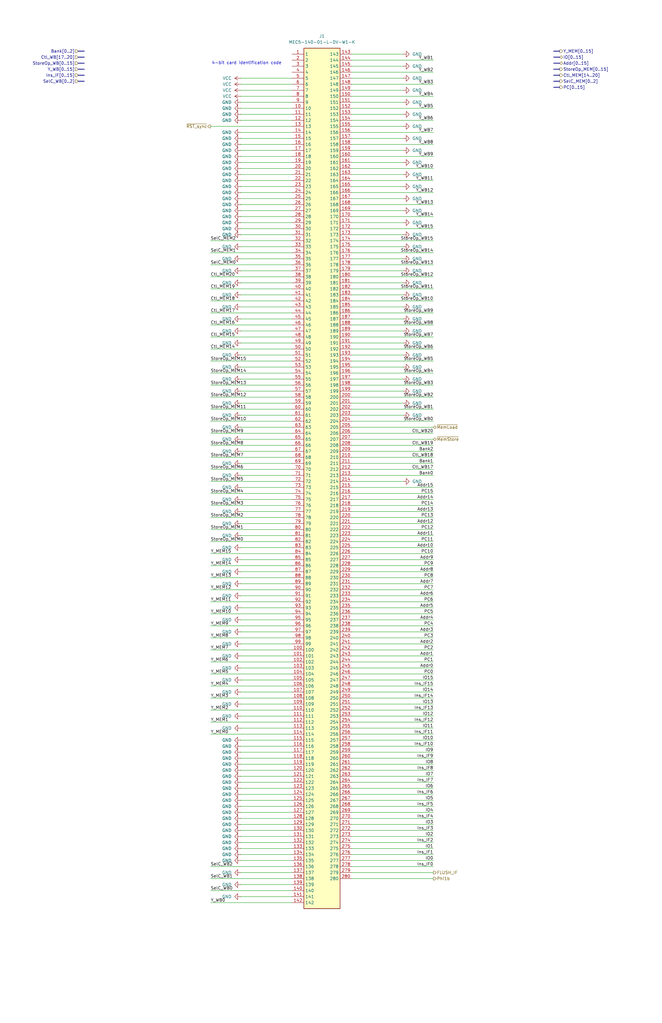
<source format=kicad_sch>
(kicad_sch (version 20250114) (generator "eeschema") (generator_version "9.0")
  (paper "USLedger" portrait)
  (title_block (date "2025-07-11") (rev "A"))
  (text "4-bit card identification code" (at 118.872 26.67 0) (effects (font (size 1.27 1.27)) (justify right)))
  (wire (pts (xy 182.88 276.86) (xy 148.59 276.86)))
  (wire (pts (xy 182.88 35.56) (xy 148.59 35.56)))
  (wire (pts (xy 88.9 218.44) (xy 123.19 218.44)))
  (wire (pts (xy 101.6 205.74) (xy 123.19 205.74)))
  (wire (pts (xy 88.9 177.8) (xy 123.19 177.8)))
  (bus (pts (xy 33.02 24.13) (xy 35.56 24.13)))
  (wire (pts (xy 182.88 157.48) (xy 148.59 157.48)))
  (wire (pts (xy 101.6 60.96) (xy 123.19 60.96)))
  (wire (pts (xy 88.9 238.76) (xy 123.19 238.76)))
  (wire (pts (xy 101.6 68.58) (xy 123.19 68.58)))
  (wire (pts (xy 182.88 185.42) (xy 148.59 185.42)))
  (wire (pts (xy 101.6 78.74) (xy 123.19 78.74)))
  (wire (pts (xy 101.6 307.34) (xy 123.19 307.34)))
  (wire (pts (xy 182.88 152.4) (xy 148.59 152.4)))
  (wire (pts (xy 101.6 40.64) (xy 123.19 40.64)))
  (wire (pts (xy 182.88 347.98) (xy 148.59 347.98)))
  (wire (pts (xy 182.88 360.68) (xy 148.59 360.68)))
  (wire (pts (xy 170.18 104.14) (xy 148.59 104.14)))
  (wire (pts (xy 182.88 106.68) (xy 148.59 106.68)))
  (wire (pts (xy 182.88 96.52) (xy 148.59 96.52)))
  (wire (pts (xy 170.18 109.22) (xy 148.59 109.22)))
  (wire (pts (xy 182.88 322.58) (xy 148.59 322.58)))
  (wire (pts (xy 101.6 43.18) (xy 123.19 43.18)))
  (wire (pts (xy 170.18 33.02) (xy 148.59 33.02)))
  (wire (pts (xy 182.88 304.8) (xy 148.59 304.8)))
  (wire (pts (xy 101.6 320.04) (xy 123.19 320.04)))
  (wire (pts (xy 182.88 314.96) (xy 148.59 314.96)))
  (wire (pts (xy 170.18 144.78) (xy 148.59 144.78)))
  (wire (pts (xy 101.6 335.28) (xy 123.19 335.28)))
  (wire (pts (xy 182.88 137.16) (xy 148.59 137.16)))
  (wire (pts (xy 182.88 200.66) (xy 148.59 200.66)))
  (wire (pts (xy 101.6 114.3) (xy 123.19 114.3)))
  (wire (pts (xy 101.6 200.66) (xy 123.19 200.66)))
  (bus (pts (xy 236.22 26.67) (xy 233.68 26.67)))
  (wire (pts (xy 101.6 325.12) (xy 123.19 325.12)))
  (wire (pts (xy 182.88 111.76) (xy 148.59 111.76)))
  (wire (pts (xy 182.88 368.3) (xy 148.59 368.3)))
  (wire (pts (xy 101.6 170.18) (xy 123.19 170.18)))
  (wire (pts (xy 170.18 58.42) (xy 148.59 58.42)))
  (wire (pts (xy 101.6 149.86) (xy 123.19 149.86)))
  (wire (pts (xy 182.88 213.36) (xy 148.59 213.36)))
  (wire (pts (xy 101.6 292.1) (xy 123.19 292.1)))
  (wire (pts (xy 170.18 83.82) (xy 148.59 83.82)))
  (wire (pts (xy 182.88 182.88) (xy 148.59 182.88)))
  (wire (pts (xy 182.88 309.88) (xy 148.59 309.88)))
  (wire (pts (xy 101.6 104.14) (xy 123.19 104.14)))
  (wire (pts (xy 182.88 187.96) (xy 148.59 187.96)))
  (wire (pts (xy 101.6 347.98) (xy 123.19 347.98)))
  (wire (pts (xy 101.6 48.26) (xy 123.19 48.26)))
  (wire (pts (xy 101.6 93.98) (xy 123.19 93.98)))
  (wire (pts (xy 182.88 81.28) (xy 148.59 81.28)))
  (wire (pts (xy 170.18 170.18) (xy 148.59 170.18)))
  (wire (pts (xy 182.88 251.46) (xy 148.59 251.46)))
  (wire (pts (xy 182.88 287.02) (xy 148.59 287.02)))
  (wire (pts (xy 101.6 210.82) (xy 123.19 210.82)))
  (wire (pts (xy 101.6 332.74) (xy 123.19 332.74)))
  (wire (pts (xy 88.9 147.32) (xy 123.19 147.32)))
  (wire (pts (xy 182.88 243.84) (xy 148.59 243.84)))
  (wire (pts (xy 170.18 99.06) (xy 148.59 99.06)))
  (wire (pts (xy 182.88 86.36) (xy 148.59 86.36)))
  (wire (pts (xy 101.6 368.3) (xy 123.19 368.3)))
  (wire (pts (xy 101.6 165.1) (xy 123.19 165.1)))
  (wire (pts (xy 101.6 96.52) (xy 123.19 96.52)))
  (wire (pts (xy 101.6 91.44) (xy 123.19 91.44)))
  (wire (pts (xy 182.88 353.06) (xy 148.59 353.06)))
  (wire (pts (xy 88.9 187.96) (xy 123.19 187.96)))
  (wire (pts (xy 88.9 53.34) (xy 123.19 53.34)))
  (wire (pts (xy 101.6 330.2) (xy 123.19 330.2)))
  (wire (pts (xy 101.6 287.02) (xy 123.19 287.02)))
  (wire (pts (xy 101.6 99.06) (xy 123.19 99.06)))
  (wire (pts (xy 170.18 149.86) (xy 148.59 149.86)))
  (wire (pts (xy 101.6 355.6) (xy 123.19 355.6)))
  (wire (pts (xy 88.9 203.2) (xy 123.19 203.2)))
  (wire (pts (xy 101.6 83.82) (xy 123.19 83.82)))
  (wire (pts (xy 101.6 302.26) (xy 123.19 302.26)))
  (wire (pts (xy 101.6 38.1) (xy 123.19 38.1)))
  (wire (pts (xy 101.6 353.06) (xy 123.19 353.06)))
  (wire (pts (xy 101.6 119.38) (xy 123.19 119.38)))
  (wire (pts (xy 88.9 289.56) (xy 123.19 289.56)))
  (wire (pts (xy 182.88 363.22) (xy 148.59 363.22)))
  (bus (pts (xy 33.02 29.21) (xy 35.56 29.21)))
  (wire (pts (xy 101.6 86.36) (xy 123.19 86.36)))
  (wire (pts (xy 101.6 63.5) (xy 123.19 63.5)))
  (wire (pts (xy 170.18 119.38) (xy 148.59 119.38)))
  (wire (pts (xy 101.6 231.14) (xy 123.19 231.14)))
  (wire (pts (xy 88.9 106.68) (xy 123.19 106.68)))
  (wire (pts (xy 182.88 55.88) (xy 148.59 55.88)))
  (wire (pts (xy 101.6 360.68) (xy 123.19 360.68)))
  (wire (pts (xy 182.88 215.9) (xy 148.59 215.9)))
  (wire (pts (xy 182.88 246.38) (xy 148.59 246.38)))
  (wire (pts (xy 88.9 309.88) (xy 123.19 309.88)))
  (wire (pts (xy 88.9 274.32) (xy 123.19 274.32)))
  (wire (pts (xy 88.9 142.24) (xy 123.19 142.24)))
  (wire (pts (xy 88.9 381) (xy 123.19 381)))
  (wire (pts (xy 182.88 30.48) (xy 148.59 30.48)))
  (wire (pts (xy 182.88 266.7) (xy 148.59 266.7)))
  (wire (pts (xy 88.9 370.84) (xy 123.19 370.84)))
  (wire (pts (xy 182.88 307.34) (xy 148.59 307.34)))
  (wire (pts (xy 182.88 40.64) (xy 148.59 40.64)))
  (wire (pts (xy 182.88 358.14) (xy 148.59 358.14)))
  (wire (pts (xy 182.88 330.2) (xy 148.59 330.2)))
  (bus (pts (xy 236.22 29.21) (xy 233.68 29.21)))
  (wire (pts (xy 170.18 129.54) (xy 148.59 129.54)))
  (bus (pts (xy 236.22 31.75) (xy 233.68 31.75)))
  (wire (pts (xy 182.88 147.32) (xy 148.59 147.32)))
  (wire (pts (xy 170.18 48.26) (xy 148.59 48.26)))
  (wire (pts (xy 182.88 231.14) (xy 148.59 231.14)))
  (wire (pts (xy 101.6 246.38) (xy 123.19 246.38)))
  (wire (pts (xy 182.88 261.62) (xy 148.59 261.62)))
  (wire (pts (xy 88.9 304.8) (xy 123.19 304.8)))
  (wire (pts (xy 101.6 215.9) (xy 123.19 215.9)))
  (wire (pts (xy 170.18 160.02) (xy 148.59 160.02)))
  (wire (pts (xy 182.88 355.6) (xy 148.59 355.6)))
  (wire (pts (xy 170.18 203.2) (xy 148.59 203.2)))
  (wire (pts (xy 88.9 152.4) (xy 123.19 152.4)))
  (wire (pts (xy 182.88 198.12) (xy 148.59 198.12)))
  (wire (pts (xy 101.6 144.78) (xy 123.19 144.78)))
  (wire (pts (xy 170.18 78.74) (xy 148.59 78.74)))
  (wire (pts (xy 182.88 340.36) (xy 148.59 340.36)))
  (bus (pts (xy 236.22 36.83) (xy 233.68 36.83)))
  (wire (pts (xy 170.18 175.26) (xy 148.59 175.26)))
  (wire (pts (xy 170.18 53.34) (xy 148.59 53.34)))
  (wire (pts (xy 88.9 299.72) (xy 123.19 299.72)))
  (wire (pts (xy 101.6 373.38) (xy 123.19 373.38)))
  (wire (pts (xy 182.88 289.56) (xy 148.59 289.56)))
  (wire (pts (xy 182.88 66.04) (xy 148.59 66.04)))
  (wire (pts (xy 182.88 180.34) (xy 148.59 180.34)))
  (wire (pts (xy 182.88 337.82) (xy 148.59 337.82)))
  (wire (pts (xy 182.88 236.22) (xy 148.59 236.22)))
  (wire (pts (xy 182.88 294.64) (xy 148.59 294.64)))
  (wire (pts (xy 101.6 342.9) (xy 123.19 342.9)))
  (wire (pts (xy 182.88 345.44) (xy 148.59 345.44)))
  (wire (pts (xy 182.88 193.04) (xy 148.59 193.04)))
  (wire (pts (xy 182.88 320.04) (xy 148.59 320.04)))
  (bus (pts (xy 236.22 34.29) (xy 233.68 34.29)))
  (wire (pts (xy 101.6 190.5) (xy 123.19 190.5)))
  (wire (pts (xy 182.88 259.08) (xy 148.59 259.08)))
  (bus (pts (xy 236.22 21.59) (xy 233.68 21.59)))
  (wire (pts (xy 101.6 327.66) (xy 123.19 327.66)))
  (wire (pts (xy 170.18 63.5) (xy 148.59 63.5)))
  (wire (pts (xy 88.9 365.76) (xy 123.19 365.76)))
  (wire (pts (xy 182.88 281.94) (xy 148.59 281.94)))
  (wire (pts (xy 170.18 43.18) (xy 148.59 43.18)))
  (wire (pts (xy 182.88 101.6) (xy 148.59 101.6)))
  (wire (pts (xy 101.6 33.02) (xy 123.19 33.02)))
  (wire (pts (xy 101.6 160.02) (xy 123.19 160.02)))
  (wire (pts (xy 101.6 256.54) (xy 123.19 256.54)))
  (wire (pts (xy 88.9 259.08) (xy 123.19 259.08)))
  (wire (pts (xy 170.18 73.66) (xy 148.59 73.66)))
  (wire (pts (xy 182.88 162.56) (xy 148.59 162.56)))
  (wire (pts (xy 88.9 172.72) (xy 123.19 172.72)))
  (wire (pts (xy 101.6 363.22) (xy 123.19 363.22)))
  (wire (pts (xy 182.88 238.76) (xy 148.59 238.76)))
  (wire (pts (xy 182.88 350.52) (xy 148.59 350.52)))
  (wire (pts (xy 182.88 370.84) (xy 148.59 370.84)))
  (wire (pts (xy 182.88 332.74) (xy 148.59 332.74)))
  (wire (pts (xy 170.18 134.62) (xy 148.59 134.62)))
  (bus (pts (xy 33.02 34.29) (xy 35.56 34.29)))
  (wire (pts (xy 182.88 50.8) (xy 148.59 50.8)))
  (bus (pts (xy 33.02 21.59) (xy 35.56 21.59)))
  (wire (pts (xy 88.9 284.48) (xy 123.19 284.48)))
  (wire (pts (xy 88.9 294.64) (xy 123.19 294.64)))
  (wire (pts (xy 88.9 157.48) (xy 123.19 157.48)))
  (bus (pts (xy 236.22 24.13) (xy 233.68 24.13)))
  (wire (pts (xy 101.6 88.9) (xy 123.19 88.9)))
  (wire (pts (xy 182.88 269.24) (xy 148.59 269.24)))
  (wire (pts (xy 182.88 317.5) (xy 148.59 317.5)))
  (wire (pts (xy 182.88 127) (xy 148.59 127)))
  (wire (pts (xy 170.18 22.86) (xy 148.59 22.86)))
  (wire (pts (xy 88.9 162.56) (xy 123.19 162.56)))
  (wire (pts (xy 88.9 279.4) (xy 123.19 279.4)))
  (wire (pts (xy 170.18 68.58) (xy 148.59 68.58)))
  (wire (pts (xy 182.88 342.9) (xy 148.59 342.9)))
  (wire (pts (xy 88.9 233.68) (xy 123.19 233.68)))
  (wire (pts (xy 182.88 312.42) (xy 148.59 312.42)))
  (wire (pts (xy 182.88 254) (xy 148.59 254)))
  (wire (pts (xy 170.18 124.46) (xy 148.59 124.46)))
  (wire (pts (xy 88.9 193.04) (xy 123.19 193.04)))
  (wire (pts (xy 182.88 91.44) (xy 148.59 91.44)))
  (wire (pts (xy 182.88 223.52) (xy 148.59 223.52)))
  (wire (pts (xy 182.88 279.4) (xy 148.59 279.4)))
  (wire (pts (xy 101.6 109.22) (xy 123.19 109.22)))
  (wire (pts (xy 170.18 165.1) (xy 148.59 165.1)))
  (wire (pts (xy 182.88 297.18) (xy 148.59 297.18)))
  (wire (pts (xy 88.9 248.92) (xy 123.19 248.92)))
  (wire (pts (xy 182.88 142.24) (xy 148.59 142.24)))
  (wire (pts (xy 88.9 132.08) (xy 123.19 132.08)))
  (wire (pts (xy 101.6 139.7) (xy 123.19 139.7)))
  (wire (pts (xy 182.88 248.92) (xy 148.59 248.92)))
  (wire (pts (xy 101.6 45.72) (xy 123.19 45.72)))
  (wire (pts (xy 101.6 345.44) (xy 123.19 345.44)))
  (wire (pts (xy 88.9 116.84) (xy 123.19 116.84)))
  (wire (pts (xy 170.18 114.3) (xy 148.59 114.3)))
  (wire (pts (xy 101.6 175.26) (xy 123.19 175.26)))
  (wire (pts (xy 101.6 251.46) (xy 123.19 251.46)))
  (wire (pts (xy 101.6 358.14) (xy 123.19 358.14)))
  (wire (pts (xy 182.88 190.5) (xy 148.59 190.5)))
  (wire (pts (xy 101.6 76.2) (xy 123.19 76.2)))
  (wire (pts (xy 101.6 66.04) (xy 123.19 66.04)))
  (bus (pts (xy 33.02 26.67) (xy 35.56 26.67)))
  (wire (pts (xy 101.6 276.86) (xy 123.19 276.86)))
  (wire (pts (xy 182.88 208.28) (xy 148.59 208.28)))
  (wire (pts (xy 182.88 335.28) (xy 148.59 335.28)))
  (wire (pts (xy 182.88 365.76) (xy 148.59 365.76)))
  (wire (pts (xy 88.9 243.84) (xy 123.19 243.84)))
  (wire (pts (xy 101.6 154.94) (xy 123.19 154.94)))
  (wire (pts (xy 182.88 284.48) (xy 148.59 284.48)))
  (wire (pts (xy 101.6 271.78) (xy 123.19 271.78)))
  (wire (pts (xy 182.88 256.54) (xy 148.59 256.54)))
  (wire (pts (xy 88.9 137.16) (xy 123.19 137.16)))
  (wire (pts (xy 101.6 266.7) (xy 123.19 266.7)))
  (wire (pts (xy 182.88 327.66) (xy 148.59 327.66)))
  (wire (pts (xy 88.9 213.36) (xy 123.19 213.36)))
  (wire (pts (xy 101.6 71.12) (xy 123.19 71.12)))
  (wire (pts (xy 101.6 337.82) (xy 123.19 337.82)))
  (wire (pts (xy 182.88 76.2) (xy 148.59 76.2)))
  (wire (pts (xy 182.88 228.6) (xy 148.59 228.6)))
  (wire (pts (xy 88.9 167.64) (xy 123.19 167.64)))
  (wire (pts (xy 182.88 121.92) (xy 148.59 121.92)))
  (wire (pts (xy 88.9 182.88) (xy 123.19 182.88)))
  (wire (pts (xy 88.9 198.12) (xy 123.19 198.12)))
  (wire (pts (xy 170.18 27.94) (xy 148.59 27.94)))
  (wire (pts (xy 101.6 124.46) (xy 123.19 124.46)))
  (wire (pts (xy 182.88 45.72) (xy 148.59 45.72)))
  (wire (pts (xy 182.88 271.78) (xy 148.59 271.78)))
  (wire (pts (xy 101.6 317.5) (xy 123.19 317.5)))
  (wire (pts (xy 182.88 71.12) (xy 148.59 71.12)))
  (wire (pts (xy 170.18 154.94) (xy 148.59 154.94)))
  (wire (pts (xy 101.6 378.46) (xy 123.19 378.46)))
  (wire (pts (xy 182.88 132.08) (xy 148.59 132.08)))
  (wire (pts (xy 182.88 210.82) (xy 148.59 210.82)))
  (wire (pts (xy 182.88 233.68) (xy 148.59 233.68)))
  (wire (pts (xy 88.9 121.92) (xy 123.19 121.92)))
  (wire (pts (xy 101.6 322.58) (xy 123.19 322.58)))
  (wire (pts (xy 101.6 185.42) (xy 123.19 185.42)))
  (wire (pts (xy 182.88 116.84) (xy 148.59 116.84)))
  (wire (pts (xy 101.6 281.94) (xy 123.19 281.94)))
  (wire (pts (xy 170.18 93.98) (xy 148.59 93.98)))
  (wire (pts (xy 182.88 299.72) (xy 148.59 299.72)))
  (wire (pts (xy 101.6 297.18) (xy 123.19 297.18)))
  (wire (pts (xy 170.18 88.9) (xy 148.59 88.9)))
  (wire (pts (xy 182.88 218.44) (xy 148.59 218.44)))
  (wire (pts (xy 101.6 241.3) (xy 123.19 241.3)))
  (wire (pts (xy 88.9 228.6) (xy 123.19 228.6)))
  (wire (pts (xy 182.88 177.8) (xy 148.59 177.8)))
  (wire (pts (xy 88.9 101.6) (xy 123.19 101.6)))
  (wire (pts (xy 182.88 264.16) (xy 148.59 264.16)))
  (wire (pts (xy 182.88 325.12) (xy 148.59 325.12)))
  (wire (pts (xy 101.6 314.96) (xy 123.19 314.96)))
  (wire (pts (xy 101.6 312.42) (xy 123.19 312.42)))
  (wire (pts (xy 101.6 50.8) (xy 123.19 50.8)))
  (wire (pts (xy 182.88 60.96) (xy 148.59 60.96)))
  (wire (pts (xy 182.88 220.98) (xy 148.59 220.98)))
  (wire (pts (xy 101.6 350.52) (xy 123.19 350.52)))
  (wire (pts (xy 88.9 127) (xy 123.19 127)))
  (wire (pts (xy 88.9 111.76) (xy 123.19 111.76)))
  (wire (pts (xy 101.6 129.54) (xy 123.19 129.54)))
  (wire (pts (xy 101.6 58.42) (xy 123.19 58.42)))
  (wire (pts (xy 182.88 172.72) (xy 148.59 172.72)))
  (wire (pts (xy 101.6 226.06) (xy 123.19 226.06)))
  (wire (pts (xy 170.18 38.1) (xy 148.59 38.1)))
  (wire (pts (xy 182.88 302.26) (xy 148.59 302.26)))
  (wire (pts (xy 88.9 208.28) (xy 123.19 208.28)))
  (wire (pts (xy 101.6 81.28) (xy 123.19 81.28)))
  (wire (pts (xy 182.88 195.58) (xy 148.59 195.58)))
  (wire (pts (xy 101.6 340.36) (xy 123.19 340.36)))
  (wire (pts (xy 182.88 241.3) (xy 148.59 241.3)))
  (wire (pts (xy 182.88 274.32) (xy 148.59 274.32)))
  (wire (pts (xy 182.88 226.06) (xy 148.59 226.06)))
  (wire (pts (xy 182.88 292.1) (xy 148.59 292.1)))
  (wire (pts (xy 101.6 55.88) (xy 123.19 55.88)))
  (wire (pts (xy 101.6 35.56) (xy 123.19 35.56)))
  (wire (pts (xy 170.18 139.7) (xy 148.59 139.7)))
  (wire (pts (xy 101.6 261.62) (xy 123.19 261.62)))
  (wire (pts (xy 101.6 73.66) (xy 123.19 73.66)))
  (wire (pts (xy 101.6 195.58) (xy 123.19 195.58)))
  (wire (pts (xy 88.9 264.16) (xy 123.19 264.16)))
  (wire (pts (xy 88.9 254) (xy 123.19 254)))
  (wire (pts (xy 182.88 205.74) (xy 148.59 205.74)))
  (wire (pts (xy 101.6 236.22) (xy 123.19 236.22)))
  (wire (pts (xy 88.9 375.92) (xy 123.19 375.92)))
  (wire (pts (xy 101.6 134.62) (xy 123.19 134.62)))
  (bus (pts (xy 33.02 31.75) (xy 35.56 31.75)))
  (wire (pts (xy 182.88 25.4) (xy 148.59 25.4)))
  (wire (pts (xy 88.9 223.52) (xy 123.19 223.52)))
  (wire (pts (xy 101.6 220.98) (xy 123.19 220.98)))
  (wire (pts (xy 182.88 167.64) (xy 148.59 167.64)))
  (wire (pts (xy 88.9 269.24) (xy 123.19 269.24)))
  (wire (pts (xy 101.6 180.34) (xy 123.19 180.34)))
  (label "StoreOp_MEM11" (at 88.9 172.72 0))
  (label "StoreOp_MEM15" (at 88.9 152.4 0))
  (label "Ctl_WB20" (at 182.88 182.88 180))
  (label "Y_WB9" (at 182.88 66.04 180))
  (label "Y_WB8" (at 182.88 60.96 180))
  (label "Y_WB15" (at 182.88 96.52 180))
  (label "StoreOp_WB4" (at 182.88 157.48 180))
  (label "Y_MEM8" (at 88.9 269.24 0))
  (label "StoreOp_MEM1" (at 88.9 223.52 0))
  (label "PC3" (at 182.88 269.24 180))
  (label "StoreOp_WB3" (at 182.88 162.56 180))
  (label "Addr8" (at 182.88 241.3 180))
  (label "Ins_IF13" (at 182.88 299.72 180))
  (label "Addr13" (at 182.88 215.9 180))
  (label "Addr14" (at 182.88 210.82 180))
  (label "Ins_IF11" (at 182.88 309.88 180))
  (label "Ins_IF2" (at 182.88 355.6 180))
  (label "StoreOp_WB12" (at 182.88 116.84 180))
  (label "Addr6" (at 182.88 251.46 180))
  (label "Y_MEM6" (at 88.9 279.4 0))
  (label "StoreOp_WB5" (at 182.88 152.4 180))
  (label "Bank2" (at 182.88 190.5 180))
  (label "Ctl_WB17" (at 182.88 198.12 180))
  (label "IO2" (at 182.88 353.06 180))
  (label "IO0" (at 182.88 363.22 180))
  (label "PC8" (at 182.88 243.84 180))
  (label "StoreOp_MEM3" (at 88.9 213.36 0))
  (label "IO3" (at 182.88 347.98 180))
  (label "Ins_IF9" (at 182.88 320.04 180))
  (label "IO1" (at 182.88 358.14 180))
  (label "IO10" (at 182.88 312.42 180))
  (label "Ins_IF5" (at 182.88 340.36 180))
  (label "StoreOp_MEM0" (at 88.9 228.6 0))
  (label "StoreOp_WB11" (at 182.88 121.92 180))
  (label "IO8" (at 182.88 322.58 180))
  (label "StoreOp_MEM5" (at 88.9 203.2 0))
  (label "Y_WB1" (at 182.88 25.4 180))
  (label "StoreOp_MEM10" (at 88.9 177.8 0))
  (label "Ctl_MEM14" (at 88.9 147.32 0))
  (label "StoreOp_MEM4" (at 88.9 208.28 0))
  (label "Y_WB6" (at 182.88 50.8 180))
  (label "StoreOp_WB1" (at 182.88 172.72 180))
  (label "SelC_MEM0" (at 88.9 111.76 0))
  (label "IO12" (at 182.88 302.26 180))
  (label "StoreOp_MEM2" (at 88.9 218.44 0))
  (label "SelC_MEM2" (at 88.9 101.6 0))
  (label "Addr7" (at 182.88 246.38 180))
  (label "PC12" (at 182.88 223.52 180))
  (label "PC1" (at 182.88 279.4 180))
  (label "Y_WB5" (at 182.88 45.72 180))
  (label "Y_WB4" (at 182.88 40.64 180))
  (label "PC2" (at 182.88 274.32 180))
  (label "Y_MEM7" (at 88.9 274.32 0))
  (label "Addr12" (at 182.88 220.98 180))
  (label "Ins_IF7" (at 182.88 330.2 180))
  (label "Y_WB12" (at 182.88 81.28 180))
  (label "IO9" (at 182.88 317.5 180))
  (label "Y_WB10" (at 182.88 71.12 180))
  (label "Y_WB0" (at 88.9 381 0))
  (label "PC13" (at 182.88 218.44 180))
  (label "PC10" (at 182.88 233.68 180))
  (label "Y_MEM1" (at 88.9 304.8 0))
  (label "StoreOp_WB6" (at 182.88 147.32 180))
  (label "Addr5" (at 182.88 256.54 180))
  (label "Y_MEM3" (at 88.9 294.64 0))
  (label "Y_MEM15" (at 88.9 233.68 0))
  (label "PC7" (at 182.88 248.92 180))
  (label "Ctl_MEM20" (at 88.9 116.84 0))
  (label "Ins_IF14" (at 182.88 294.64 180))
  (label "Addr3" (at 182.88 266.7 180))
  (label "Ins_IF0" (at 182.88 365.76 180))
  (label "Addr11" (at 182.88 226.06 180))
  (label "Y_MEM10" (at 88.9 259.08 0))
  (label "Bank1" (at 182.88 195.58 180))
  (label "StoreOp_WB8" (at 182.88 137.16 180))
  (label "IO6" (at 182.88 332.74 180))
  (label "Y_MEM13" (at 88.9 243.84 0))
  (label "Y_WB14" (at 182.88 91.44 180))
  (label "Ctl_MEM16" (at 88.9 137.16 0))
  (label "Addr2" (at 182.88 271.78 180))
  (label "Ctl_MEM18" (at 88.9 127 0))
  (label "PC4" (at 182.88 264.16 180))
  (label "StoreOp_MEM9" (at 88.9 182.88 0))
  (label "StoreOp_MEM6" (at 88.9 198.12 0))
  (label "StoreOp_WB13" (at 182.88 111.76 180))
  (label "StoreOp_WB2" (at 182.88 167.64 180))
  (label "Y_WB2" (at 182.88 30.48 180))
  (label "Ins_IF15" (at 182.88 289.56 180))
  (label "StoreOp_WB7" (at 182.88 142.24 180))
  (label "IO11" (at 182.88 307.34 180))
  (label "StoreOp_MEM8" (at 88.9 187.96 0))
  (label "Y_WB3" (at 182.88 35.56 180))
  (label "StoreOp_WB15" (at 182.88 101.6 180))
  (label "PC0" (at 182.88 284.48 180))
  (label "Addr1" (at 182.88 276.86 180))
  (label "Y_WB7" (at 182.88 55.88 180))
  (label "Addr4" (at 182.88 261.62 180))
  (label "Ctl_MEM19" (at 88.9 121.92 0))
  (label "Ctl_MEM17" (at 88.9 132.08 0))
  (label "Y_WB11" (at 182.88 76.2 180))
  (label "Y_MEM2" (at 88.9 299.72 0))
  (label "Addr10" (at 182.88 231.14 180))
  (label "IO5" (at 182.88 337.82 180))
  (label "Bank0" (at 182.88 200.66 180))
  (label "Ins_IF4" (at 182.88 345.44 180))
  (label "Ins_IF8" (at 182.88 325.12 180))
  (label "StoreOp_MEM12" (at 88.9 167.64 0))
  (label "Y_MEM9" (at 88.9 264.16 0))
  (label "StoreOp_WB10" (at 182.88 127 180))
  (label "Y_MEM0" (at 88.9 309.88 0))
  (label "IO4" (at 182.88 342.9 180))
  (label "IO7" (at 182.88 327.66 180))
  (label "StoreOp_WB0" (at 182.88 177.8 180))
  (label "Y_MEM14" (at 88.9 238.76 0))
  (label "StoreOp_MEM14" (at 88.9 157.48 0))
  (label "Y_MEM5" (at 88.9 284.48 0))
  (label "Addr0" (at 182.88 281.94 180))
  (label "Addr15" (at 182.88 205.74 180))
  (label "Y_MEM4" (at 88.9 289.56 0))
  (label "Ctl_WB18" (at 182.88 193.04 180))
  (label "IO15" (at 182.88 287.02 180))
  (label "PC6" (at 182.88 254 180))
  (label "Y_WB13" (at 182.88 86.36 180))
  (label "SelC_WB2" (at 88.9 365.76 0))
  (label "Ins_IF10" (at 182.88 314.96 180))
  (label "StoreOp_MEM7" (at 88.9 193.04 0))
  (label "StoreOp_WB14" (at 182.88 106.68 180))
  (label "Y_MEM12" (at 88.9 248.92 0))
  (label "Ctl_WB19" (at 182.88 187.96 180))
  (label "PC5" (at 182.88 259.08 180))
  (label "Ins_IF1" (at 182.88 360.68 180))
  (label "StoreOp_WB9" (at 182.88 132.08 180))
  (label "PC11" (at 182.88 228.6 180))
  (label "Y_MEM11" (at 88.9 254 0))
  (label "Ctl_MEM15" (at 88.9 142.24 0))
  (label "SelC_MEM1" (at 88.9 106.68 0))
  (label "PC9" (at 182.88 238.76 180))
  (label "PC14" (at 182.88 213.36 180))
  (label "StoreOp_MEM13" (at 88.9 162.56 0))
  (label "Addr9" (at 182.88 236.22 180))
  (label "SelC_WB0" (at 88.9 375.92 0))
  (label "PC15" (at 182.88 208.28 180))
  (label "Ins_IF12" (at 182.88 304.8 180))
  (label "IO13" (at 182.88 297.18 180))
  (label "IO14" (at 182.88 292.1 180))
  (label "SelC_WB1" (at 88.9 370.84 0))
  (label "Ins_IF3" (at 182.88 350.52 180))
  (label "Ins_IF6" (at 182.88 335.28 180))
  (hierarchical_label "Ins_IF[0..15]" (shape input) (at 33.02 31.75 180))
  (hierarchical_label "StoreOp_MEM[0..15]" (shape output) (at 236.22 29.21 0))
  (hierarchical_label "SelC_WB[0..2]" (shape input) (at 33.02 34.29 180))
  (hierarchical_label "Ctl_WB[17..20]" (shape input) (at 33.02 24.13 180))
  (hierarchical_label "StoreOp_WB[0..15]" (shape input) (at 33.02 26.67 180))
  (hierarchical_label "Phi1b" (shape output) (at 182.88 370.84 0))
  (hierarchical_label "PC[0..15]" (shape output) (at 236.22 36.83 0))
  (hierarchical_label "Bank[0..2]" (shape input) (at 33.02 21.59 180))
  (hierarchical_label "Y_WB[0..15]" (shape input) (at 33.02 29.21 180))
  (hierarchical_label "~{MemLoad}" (shape tri_state) (at 182.88 180.34 0))
  (hierarchical_label "IO[0..15]" (shape tri_state) (at 236.22 24.13 0))
  (hierarchical_label "Y_MEM[0..15]" (shape output) (at 236.22 21.59 0))
  (hierarchical_label "Addr[0..15]" (shape tri_state) (at 236.22 26.67 0))
  (hierarchical_label "~{RST_sync}" (shape output) (at 88.9 53.34 180))
  (hierarchical_label "Ctl_MEM[14..20]" (shape output) (at 236.22 31.75 0))
  (hierarchical_label "~{MemStore}" (shape tri_state) (at 182.88 185.42 0))
  (hierarchical_label "FLUSH_IF" (shape output) (at 182.88 368.3 0))
  (hierarchical_label "SelC_MEM[0..2]" (shape output) (at 236.22 34.29 0))
  (symbol (lib_id "power:GND") (at 101.6 114.3 270) (unit 1)
    (property "Reference" "#PWR0111" (effects (hide yes)))
    (property "Value" "GND" (at 97.79 114.2999 90) (effects (justify right)))
    (property "Description" "Power symbol creates a global label with name \"GND\" , ground" (effects (hide yes)))
    (instances (project "MainBoard" (path "" (reference "#PWR0111") (unit 1))) (project "MainBoard" (path "" (reference "#PWR?") (unit 1))))
  )
  (symbol (lib_id "power:GND") (at 101.6 71.12 270) (unit 1)
    (property "Reference" "#PWR097" (effects (hide yes)))
    (property "Value" "GND" (at 97.79 71.1199 90) (effects (justify right)))
    (property "Description" "Power symbol creates a global label with name \"GND\" , ground" (effects (hide yes)))
    (instances (project "MainBoard" (path "" (reference "#PWR097") (unit 1))) (project "MainBoard" (path "" (reference "#PWR?") (unit 1))))
  )
  (symbol (lib_id "power:GND") (at 101.6 210.82 270) (unit 1)
    (property "Reference" "#PWR0130" (effects (hide yes)))
    (property "Value" "GND" (at 97.79 210.8199 90) (effects (justify right)))
    (property "Description" "Power symbol creates a global label with name \"GND\" , ground" (effects (hide yes)))
    (instances (project "MainBoard" (path "" (reference "#PWR0130") (unit 1))) (project "MainBoard" (path "" (reference "#PWR?") (unit 1))))
  )
  (symbol (lib_id "power:GND") (at 101.6 215.9 270) (unit 1)
    (property "Reference" "#PWR0131" (effects (hide yes)))
    (property "Value" "GND" (at 97.79 215.8999 90) (effects (justify right)))
    (property "Description" "Power symbol creates a global label with name \"GND\" , ground" (effects (hide yes)))
    (instances (project "MainBoard" (path "" (reference "#PWR0131") (unit 1))) (project "MainBoard" (path "" (reference "#PWR?") (unit 1))))
  )
  (symbol (lib_id "power:GND") (at 101.6 200.66 270) (unit 1)
    (property "Reference" "#PWR0128" (effects (hide yes)))
    (property "Value" "GND" (at 97.79 200.6599 90) (effects (justify right)))
    (property "Description" "Power symbol creates a global label with name \"GND\" , ground" (effects (hide yes)))
    (instances (project "MainBoard" (path "" (reference "#PWR0128") (unit 1))) (project "MainBoard" (path "" (reference "#PWR?") (unit 1))))
  )
  (symbol (lib_id "power:GND") (at 101.6 91.44 270) (unit 1)
    (property "Reference" "#PWR0105" (effects (hide yes)))
    (property "Value" "GND" (at 97.79 91.4399 90) (effects (justify right)))
    (property "Description" "Power symbol creates a global label with name \"GND\" , ground" (effects (hide yes)))
    (instances (project "MainBoard" (path "" (reference "#PWR0105") (unit 1))) (project "MainBoard" (path "" (reference "#PWR?") (unit 1))))
  )
  (symbol (lib_id "power:GND") (at 170.18 99.06 90) (mirror x) (unit 1)
    (property "Reference" "#PWR0189" (effects (hide yes)))
    (property "Value" "GND" (at 173.99 99.0599 90) (effects (justify right)))
    (property "Description" "Power symbol creates a global label with name \"GND\" , ground" (effects (hide yes)))
    (instances (project "MainBoard" (path "" (reference "#PWR0189") (unit 1))) (project "MainBoard" (path "" (reference "#PWR?") (unit 1))))
  )
  (symbol (lib_id "power:GND") (at 101.6 149.86 270) (unit 1)
    (property "Reference" "#PWR0118" (effects (hide yes)))
    (property "Value" "GND" (at 97.79 149.8599 90) (effects (justify right)))
    (property "Description" "Power symbol creates a global label with name \"GND\" , ground" (effects (hide yes)))
    (instances (project "MainBoard" (path "" (reference "#PWR0118") (unit 1))) (project "MainBoard" (path "" (reference "#PWR?") (unit 1))))
  )
  (symbol (lib_id "power:GND") (at 101.6 185.42 270) (unit 1)
    (property "Reference" "#PWR0125" (effects (hide yes)))
    (property "Value" "GND" (at 97.79 185.4199 90) (effects (justify right)))
    (property "Description" "Power symbol creates a global label with name \"GND\" , ground" (effects (hide yes)))
    (instances (project "MainBoard" (path "" (reference "#PWR0125") (unit 1))) (project "MainBoard" (path "" (reference "#PWR?") (unit 1))))
  )
  (symbol (lib_id "power:GND") (at 101.6 320.04 270) (unit 1)
    (property "Reference" "#PWR0153" (effects (hide yes)))
    (property "Value" "GND" (at 97.79 320.0399 90) (effects (justify right)))
    (property "Description" "Power symbol creates a global label with name \"GND\" , ground" (effects (hide yes)))
    (instances (project "MainBoard" (path "" (reference "#PWR0153") (unit 1))) (project "MainBoard" (path "" (reference "#PWR?") (unit 1))))
  )
  (symbol (lib_id "power:GND") (at 101.6 109.22 270) (unit 1)
    (property "Reference" "#PWR0110" (effects (hide yes)))
    (property "Value" "GND" (at 97.79 109.2199 90) (effects (justify right)))
    (property "Description" "Power symbol creates a global label with name \"GND\" , ground" (effects (hide yes)))
    (instances (project "MainBoard" (path "" (reference "#PWR0110") (unit 1))) (project "MainBoard" (path "" (reference "#PWR?") (unit 1))))
  )
  (symbol (lib_id "power:GND") (at 170.18 58.42 90) (mirror x) (unit 1)
    (property "Reference" "#PWR0181" (effects (hide yes)))
    (property "Value" "GND" (at 173.99 58.4199 90) (effects (justify right)))
    (property "Description" "Power symbol creates a global label with name \"GND\" , ground" (effects (hide yes)))
    (instances (project "MainBoard" (path "" (reference "#PWR0181") (unit 1))) (project "MainBoard" (path "" (reference "#PWR?") (unit 1))))
  )
  (symbol (lib_id "power:GND") (at 101.6 335.28 270) (unit 1)
    (property "Reference" "#PWR0159" (effects (hide yes)))
    (property "Value" "GND" (at 97.79 335.2799 90) (effects (justify right)))
    (property "Description" "Power symbol creates a global label with name \"GND\" , ground" (effects (hide yes)))
    (instances (project "MainBoard" (path "" (reference "#PWR0159") (unit 1))) (project "MainBoard" (path "" (reference "#PWR?") (unit 1))))
  )
  (symbol (lib_id "power:GND") (at 101.6 134.62 270) (unit 1)
    (property "Reference" "#PWR0115" (effects (hide yes)))
    (property "Value" "GND" (at 97.79 134.6199 90) (effects (justify right)))
    (property "Description" "Power symbol creates a global label with name \"GND\" , ground" (effects (hide yes)))
    (instances (project "MainBoard" (path "" (reference "#PWR0115") (unit 1))) (project "MainBoard" (path "" (reference "#PWR?") (unit 1))))
  )
  (symbol (lib_id "power:GND") (at 101.6 256.54 270) (unit 1)
    (property "Reference" "#PWR0139" (effects (hide yes)))
    (property "Value" "GND" (at 97.79 256.5399 90) (effects (justify right)))
    (property "Description" "Power symbol creates a global label with name \"GND\" , ground" (effects (hide yes)))
    (instances (project "MainBoard" (path "" (reference "#PWR0139") (unit 1))) (project "MainBoard" (path "" (reference "#PWR?") (unit 1))))
  )
  (symbol (lib_id "power:GND") (at 101.6 190.5 270) (unit 1)
    (property "Reference" "#PWR0126" (effects (hide yes)))
    (property "Value" "GND" (at 97.79 190.4999 90) (effects (justify right)))
    (property "Description" "Power symbol creates a global label with name \"GND\" , ground" (effects (hide yes)))
    (instances (project "MainBoard" (path "" (reference "#PWR0126") (unit 1))) (project "MainBoard" (path "" (reference "#PWR?") (unit 1))))
  )
  (symbol (lib_id "power:GND") (at 101.6 287.02 270) (unit 1)
    (property "Reference" "#PWR0145" (effects (hide yes)))
    (property "Value" "GND" (at 97.79 287.0199 90) (effects (justify right)))
    (property "Description" "Power symbol creates a global label with name \"GND\" , ground" (effects (hide yes)))
    (instances (project "MainBoard" (path "" (reference "#PWR0145") (unit 1))) (project "MainBoard" (path "" (reference "#PWR?") (unit 1))))
  )
  (symbol (lib_id "power:GND") (at 101.6 345.44 270) (unit 1)
    (property "Reference" "#PWR0163" (effects (hide yes)))
    (property "Value" "GND" (at 97.79 345.4399 90) (effects (justify right)))
    (property "Description" "Power symbol creates a global label with name \"GND\" , ground" (effects (hide yes)))
    (instances (project "MainBoard" (path "" (reference "#PWR0163") (unit 1))) (project "MainBoard" (path "" (reference "#PWR?") (unit 1))))
  )
  (symbol (lib_id "power:GND") (at 101.6 342.9 270) (unit 1)
    (property "Reference" "#PWR0162" (effects (hide yes)))
    (property "Value" "GND" (at 97.79 342.8999 90) (effects (justify right)))
    (property "Description" "Power symbol creates a global label with name \"GND\" , ground" (effects (hide yes)))
    (instances (project "MainBoard" (path "" (reference "#PWR0162") (unit 1))) (project "MainBoard" (path "" (reference "#PWR?") (unit 1))))
  )
  (symbol (lib_id "power:GND") (at 101.6 99.06 270) (unit 1)
    (property "Reference" "#PWR0108" (effects (hide yes)))
    (property "Value" "GND" (at 97.79 99.0599 90) (effects (justify right)))
    (property "Description" "Power symbol creates a global label with name \"GND\" , ground" (effects (hide yes)))
    (instances (project "MainBoard" (path "" (reference "#PWR0108") (unit 1))) (project "MainBoard" (path "" (reference "#PWR?") (unit 1))))
  )
  (symbol (lib_id "power:GND") (at 170.18 43.18 90) (mirror x) (unit 1)
    (property "Reference" "#PWR0178" (effects (hide yes)))
    (property "Value" "GND" (at 173.99 43.1799 90) (effects (justify right)))
    (property "Description" "Power symbol creates a global label with name \"GND\" , ground" (effects (hide yes)))
    (instances (project "MainBoard" (path "" (reference "#PWR0178") (unit 1))) (project "MainBoard" (path "" (reference "#PWR?") (unit 1))))
  )
  (symbol (lib_id "power:GND") (at 101.6 104.14 270) (unit 1)
    (property "Reference" "#PWR0109" (effects (hide yes)))
    (property "Value" "GND" (at 97.79 104.1399 90) (effects (justify right)))
    (property "Description" "Power symbol creates a global label with name \"GND\" , ground" (effects (hide yes)))
    (instances (project "MainBoard" (path "" (reference "#PWR0109") (unit 1))) (project "MainBoard" (path "" (reference "#PWR?") (unit 1))))
  )
  (symbol (lib_id "power:GND") (at 170.18 53.34 90) (mirror x) (unit 1)
    (property "Reference" "#PWR0180" (effects (hide yes)))
    (property "Value" "GND" (at 173.99 53.3399 90) (effects (justify right)))
    (property "Description" "Power symbol creates a global label with name \"GND\" , ground" (effects (hide yes)))
    (instances (project "MainBoard" (path "" (reference "#PWR0180") (unit 1))) (project "MainBoard" (path "" (reference "#PWR?") (unit 1))))
  )
  (symbol (lib_id "power:GND") (at 101.6 340.36 270) (unit 1)
    (property "Reference" "#PWR0161" (effects (hide yes)))
    (property "Value" "GND" (at 97.79 340.3599 90) (effects (justify right)))
    (property "Description" "Power symbol creates a global label with name \"GND\" , ground" (effects (hide yes)))
    (instances (project "MainBoard" (path "" (reference "#PWR0161") (unit 1))) (project "MainBoard" (path "" (reference "#PWR?") (unit 1))))
  )
  (symbol (lib_id "power:GND") (at 170.18 93.98 90) (mirror x) (unit 1)
    (property "Reference" "#PWR0188" (effects (hide yes)))
    (property "Value" "GND" (at 173.99 93.9799 90) (effects (justify right)))
    (property "Description" "Power symbol creates a global label with name \"GND\" , ground" (effects (hide yes)))
    (instances (project "MainBoard" (path "" (reference "#PWR0188") (unit 1))) (project "MainBoard" (path "" (reference "#PWR?") (unit 1))))
  )
  (symbol (lib_id "power:GND") (at 170.18 154.94 90) (mirror x) (unit 1)
    (property "Reference" "#PWR0200" (effects (hide yes)))
    (property "Value" "GND" (at 173.99 154.9399 90) (effects (justify right)))
    (property "Description" "Power symbol creates a global label with name \"GND\" , ground" (effects (hide yes)))
    (instances (project "MainBoard" (path "" (reference "#PWR0200") (unit 1))) (project "MainBoard" (path "" (reference "#PWR?") (unit 1))))
  )
  (symbol (lib_id "power:GND") (at 170.18 104.14 90) (mirror x) (unit 1)
    (property "Reference" "#PWR0190" (effects (hide yes)))
    (property "Value" "GND" (at 173.99 104.1399 90) (effects (justify right)))
    (property "Description" "Power symbol creates a global label with name \"GND\" , ground" (effects (hide yes)))
    (instances (project "MainBoard" (path "" (reference "#PWR0190") (unit 1))) (project "MainBoard" (path "" (reference "#PWR?") (unit 1))))
  )
  (symbol (lib_id "power:GND") (at 101.6 251.46 270) (unit 1)
    (property "Reference" "#PWR0138" (effects (hide yes)))
    (property "Value" "GND" (at 97.79 251.4599 90) (effects (justify right)))
    (property "Description" "Power symbol creates a global label with name \"GND\" , ground" (effects (hide yes)))
    (instances (project "MainBoard" (path "" (reference "#PWR0138") (unit 1))) (project "MainBoard" (path "" (reference "#PWR?") (unit 1))))
  )
  (symbol (lib_id "power:GND") (at 101.6 175.26 270) (unit 1)
    (property "Reference" "#PWR0123" (effects (hide yes)))
    (property "Value" "GND" (at 97.79 175.2599 90) (effects (justify right)))
    (property "Description" "Power symbol creates a global label with name \"GND\" , ground" (effects (hide yes)))
    (instances (project "MainBoard" (path "" (reference "#PWR0123") (unit 1))) (project "MainBoard" (path "" (reference "#PWR?") (unit 1))))
  )
  (symbol (lib_id "power:GND") (at 101.6 124.46 270) (unit 1)
    (property "Reference" "#PWR0113" (effects (hide yes)))
    (property "Value" "GND" (at 97.79 124.4599 90) (effects (justify right)))
    (property "Description" "Power symbol creates a global label with name \"GND\" , ground" (effects (hide yes)))
    (instances (project "MainBoard" (path "" (reference "#PWR0113") (unit 1))) (project "MainBoard" (path "" (reference "#PWR?") (unit 1))))
  )
  (symbol (lib_id "power:GND") (at 101.6 355.6 270) (unit 1)
    (property "Reference" "#PWR0167" (effects (hide yes)))
    (property "Value" "GND" (at 97.79 355.5999 90) (effects (justify right)))
    (property "Description" "Power symbol creates a global label with name \"GND\" , ground" (effects (hide yes)))
    (instances (project "MainBoard" (path "" (reference "#PWR0167") (unit 1))) (project "MainBoard" (path "" (reference "#PWR?") (unit 1))))
  )
  (symbol (lib_id "power:GND") (at 170.18 139.7 90) (mirror x) (unit 1)
    (property "Reference" "#PWR0197" (effects (hide yes)))
    (property "Value" "GND" (at 173.99 139.6999 90) (effects (justify right)))
    (property "Description" "Power symbol creates a global label with name \"GND\" , ground" (effects (hide yes)))
    (instances (project "MainBoard" (path "" (reference "#PWR0197") (unit 1))) (project "MainBoard" (path "" (reference "#PWR?") (unit 1))))
  )
  (symbol (lib_id "power:GND") (at 170.18 160.02 90) (mirror x) (unit 1)
    (property "Reference" "#PWR0201" (effects (hide yes)))
    (property "Value" "GND" (at 173.99 160.0199 90) (effects (justify right)))
    (property "Description" "Power symbol creates a global label with name \"GND\" , ground" (effects (hide yes)))
    (instances (project "MainBoard" (path "" (reference "#PWR0201") (unit 1))) (project "MainBoard" (path "" (reference "#PWR?") (unit 1))))
  )
  (symbol (lib_id "power:GND") (at 101.6 302.26 270) (unit 1)
    (property "Reference" "#PWR0148" (effects (hide yes)))
    (property "Value" "GND" (at 97.79 302.2599 90) (effects (justify right)))
    (property "Description" "Power symbol creates a global label with name \"GND\" , ground" (effects (hide yes)))
    (instances (project "MainBoard" (path "" (reference "#PWR0148") (unit 1))) (project "MainBoard" (path "" (reference "#PWR?") (unit 1))))
  )
  (symbol (lib_id "power:GND") (at 101.6 55.88 270) (unit 1)
    (property "Reference" "#PWR091" (effects (hide yes)))
    (property "Value" "GND" (at 97.79 55.8799 90) (effects (justify right)))
    (property "Description" "Power symbol creates a global label with name \"GND\" , ground" (effects (hide yes)))
    (instances (project "MainBoard" (path "" (reference "#PWR091") (unit 1))) (project "MainBoard" (path "" (reference "#PWR?") (unit 1))))
  )
  (symbol (lib_id "power:GND") (at 101.6 48.26 270) (unit 1)
    (property "Reference" "#PWR089" (effects (hide yes)))
    (property "Value" "GND" (at 97.79 48.2599 90) (effects (justify right)))
    (property "Description" "Power symbol creates a global label with name \"GND\" , ground" (effects (hide yes)))
    (instances (project "MainBoard" (path "" (reference "#PWR089") (unit 1))) (project "MainBoard" (path "" (reference "#PWR?") (unit 1))))
  )
  (symbol (lib_id "power:GND") (at 101.6 347.98 270) (unit 1)
    (property "Reference" "#PWR0164" (effects (hide yes)))
    (property "Value" "GND" (at 97.79 347.9799 90) (effects (justify right)))
    (property "Description" "Power symbol creates a global label with name \"GND\" , ground" (effects (hide yes)))
    (instances (project "MainBoard" (path "" (reference "#PWR0164") (unit 1))) (project "MainBoard" (path "" (reference "#PWR?") (unit 1))))
  )
  (symbol (lib_id "power:GND") (at 101.6 86.36 270) (unit 1)
    (property "Reference" "#PWR0103" (effects (hide yes)))
    (property "Value" "GND" (at 97.79 86.3599 90) (effects (justify right)))
    (property "Description" "Power symbol creates a global label with name \"GND\" , ground" (effects (hide yes)))
    (instances (project "MainBoard" (path "" (reference "#PWR0103") (unit 1))) (project "MainBoard" (path "" (reference "#PWR?") (unit 1))))
  )
  (symbol (lib_id "power:GND") (at 101.6 266.7 270) (unit 1)
    (property "Reference" "#PWR0141" (effects (hide yes)))
    (property "Value" "GND" (at 97.79 266.6999 90) (effects (justify right)))
    (property "Description" "Power symbol creates a global label with name \"GND\" , ground" (effects (hide yes)))
    (instances (project "MainBoard" (path "" (reference "#PWR0141") (unit 1))) (project "MainBoard" (path "" (reference "#PWR?") (unit 1))))
  )
  (symbol (lib_id "power:GND") (at 101.6 231.14 270) (unit 1)
    (property "Reference" "#PWR0134" (effects (hide yes)))
    (property "Value" "GND" (at 97.79 231.1399 90) (effects (justify right)))
    (property "Description" "Power symbol creates a global label with name \"GND\" , ground" (effects (hide yes)))
    (instances (project "MainBoard" (path "" (reference "#PWR0134") (unit 1))) (project "MainBoard" (path "" (reference "#PWR?") (unit 1))))
  )
  (symbol (lib_id "power:GND") (at 170.18 144.78 90) (mirror x) (unit 1)
    (property "Reference" "#PWR0198" (effects (hide yes)))
    (property "Value" "GND" (at 173.99 144.7799 90) (effects (justify right)))
    (property "Description" "Power symbol creates a global label with name \"GND\" , ground" (effects (hide yes)))
    (instances (project "MainBoard" (path "" (reference "#PWR0198") (unit 1))) (project "MainBoard" (path "" (reference "#PWR?") (unit 1))))
  )
  (symbol (lib_id "power:GND") (at 170.18 119.38 90) (mirror x) (unit 1)
    (property "Reference" "#PWR0193" (effects (hide yes)))
    (property "Value" "GND" (at 173.99 119.3799 90) (effects (justify right)))
    (property "Description" "Power symbol creates a global label with name \"GND\" , ground" (effects (hide yes)))
    (instances (project "MainBoard" (path "" (reference "#PWR0193") (unit 1))) (project "MainBoard" (path "" (reference "#PWR?") (unit 1))))
  )
  (symbol (lib_id "power:GND") (at 170.18 124.46 90) (mirror x) (unit 1)
    (property "Reference" "#PWR0194" (effects (hide yes)))
    (property "Value" "GND" (at 173.99 124.4599 90) (effects (justify right)))
    (property "Description" "Power symbol creates a global label with name \"GND\" , ground" (effects (hide yes)))
    (instances (project "MainBoard" (path "" (reference "#PWR0194") (unit 1))) (project "MainBoard" (path "" (reference "#PWR?") (unit 1))))
  )
  (symbol (lib_id "power:GND") (at 170.18 83.82 90) (mirror x) (unit 1)
    (property "Reference" "#PWR0186" (effects (hide yes)))
    (property "Value" "GND" (at 173.99 83.8199 90) (effects (justify right)))
    (property "Description" "Power symbol creates a global label with name \"GND\" , ground" (effects (hide yes)))
    (instances (project "MainBoard" (path "" (reference "#PWR0186") (unit 1))) (project "MainBoard" (path "" (reference "#PWR?") (unit 1))))
  )
  (symbol (lib_id "power:GND") (at 170.18 63.5 90) (mirror x) (unit 1)
    (property "Reference" "#PWR0182" (effects (hide yes)))
    (property "Value" "GND" (at 173.99 63.4999 90) (effects (justify right)))
    (property "Description" "Power symbol creates a global label with name \"GND\" , ground" (effects (hide yes)))
    (instances (project "MainBoard" (path "" (reference "#PWR0182") (unit 1))) (project "MainBoard" (path "" (reference "#PWR?") (unit 1))))
  )
  (symbol (lib_id "power:VCC") (at 101.6 40.64 90) (unit 1)
    (property "Reference" "#PWR086" (effects (hide yes)))
    (property "Value" "VCC" (at 97.79 40.6399 90) (effects (justify left)))
    (property "Description" "Power symbol creates a global label with name \"VCC\"" (effects (hide yes)))
    (instances (project "MainBoard" (path "" (reference "#PWR086") (unit 1))) (project "MainBoard" (path "" (reference "#PWR?") (unit 1))))
  )
  (symbol (lib_id "power:GND") (at 101.6 50.8 270) (unit 1)
    (property "Reference" "#PWR090" (effects (hide yes)))
    (property "Value" "GND" (at 97.79 50.7999 90) (effects (justify right)))
    (property "Description" "Power symbol creates a global label with name \"GND\" , ground" (effects (hide yes)))
    (instances (project "MainBoard" (path "" (reference "#PWR090") (unit 1))) (project "MainBoard" (path "" (reference "#PWR?") (unit 1))))
  )
  (symbol (lib_id "power:GND") (at 101.6 63.5 270) (unit 1)
    (property "Reference" "#PWR094" (effects (hide yes)))
    (property "Value" "GND" (at 97.79 63.4999 90) (effects (justify right)))
    (property "Description" "Power symbol creates a global label with name \"GND\" , ground" (effects (hide yes)))
    (instances (project "MainBoard" (path "" (reference "#PWR094") (unit 1))) (project "MainBoard" (path "" (reference "#PWR?") (unit 1))))
  )
  (symbol (lib_id "power:GND") (at 170.18 68.58 90) (mirror x) (unit 1)
    (property "Reference" "#PWR0183" (effects (hide yes)))
    (property "Value" "GND" (at 173.99 68.5799 90) (effects (justify right)))
    (property "Description" "Power symbol creates a global label with name \"GND\" , ground" (effects (hide yes)))
    (instances (project "MainBoard" (path "" (reference "#PWR0183") (unit 1))) (project "MainBoard" (path "" (reference "#PWR?") (unit 1))))
  )
  (symbol (lib_id "power:GND") (at 101.6 236.22 270) (unit 1)
    (property "Reference" "#PWR0135" (effects (hide yes)))
    (property "Value" "GND" (at 97.79 236.2199 90) (effects (justify right)))
    (property "Description" "Power symbol creates a global label with name \"GND\" , ground" (effects (hide yes)))
    (instances (project "MainBoard" (path "" (reference "#PWR0135") (unit 1))) (project "MainBoard" (path "" (reference "#PWR?") (unit 1))))
  )
  (symbol (lib_id "power:VCC") (at 101.6 38.1 90) (unit 1)
    (property "Reference" "#PWR085" (effects (hide yes)))
    (property "Value" "VCC" (at 97.79 38.0999 90) (effects (justify left)))
    (property "Description" "Power symbol creates a global label with name \"VCC\"" (effects (hide yes)))
    (instances (project "MainBoard" (path "" (reference "#PWR085") (unit 1))) (project "MainBoard" (path "" (reference "#PWR?") (unit 1))))
  )
  (symbol (lib_id "power:GND") (at 101.6 353.06 270) (unit 1)
    (property "Reference" "#PWR0166" (effects (hide yes)))
    (property "Value" "GND" (at 97.79 353.0599 90) (effects (justify right)))
    (property "Description" "Power symbol creates a global label with name \"GND\" , ground" (effects (hide yes)))
    (instances (project "MainBoard" (path "" (reference "#PWR0166") (unit 1))) (project "MainBoard" (path "" (reference "#PWR?") (unit 1))))
  )
  (symbol (lib_id "power:GND") (at 101.6 129.54 270) (unit 1)
    (property "Reference" "#PWR0114" (effects (hide yes)))
    (property "Value" "GND" (at 97.79 129.5399 90) (effects (justify right)))
    (property "Description" "Power symbol creates a global label with name \"GND\" , ground" (effects (hide yes)))
    (instances (project "MainBoard" (path "" (reference "#PWR0114") (unit 1))) (project "MainBoard" (path "" (reference "#PWR?") (unit 1))))
  )
  (symbol (lib_id "power:GND") (at 101.6 76.2 270) (unit 1)
    (property "Reference" "#PWR099" (effects (hide yes)))
    (property "Value" "GND" (at 97.79 76.1999 90) (effects (justify right)))
    (property "Description" "Power symbol creates a global label with name \"GND\" , ground" (effects (hide yes)))
    (instances (project "MainBoard" (path "" (reference "#PWR099") (unit 1))) (project "MainBoard" (path "" (reference "#PWR?") (unit 1))))
  )
  (symbol (lib_id "power:GND") (at 101.6 96.52 270) (unit 1)
    (property "Reference" "#PWR0107" (effects (hide yes)))
    (property "Value" "GND" (at 97.79 96.5199 90) (effects (justify right)))
    (property "Description" "Power symbol creates a global label with name \"GND\" , ground" (effects (hide yes)))
    (instances (project "MainBoard" (path "" (reference "#PWR0107") (unit 1))) (project "MainBoard" (path "" (reference "#PWR?") (unit 1))))
  )
  (symbol (lib_id "power:GND") (at 101.6 66.04 270) (unit 1)
    (property "Reference" "#PWR095" (effects (hide yes)))
    (property "Value" "GND" (at 97.79 66.0399 90) (effects (justify right)))
    (property "Description" "Power symbol creates a global label with name \"GND\" , ground" (effects (hide yes)))
    (instances (project "MainBoard" (path "" (reference "#PWR095") (unit 1))) (project "MainBoard" (path "" (reference "#PWR?") (unit 1))))
  )
  (symbol (lib_id "power:GND") (at 101.6 226.06 270) (unit 1)
    (property "Reference" "#PWR0133" (effects (hide yes)))
    (property "Value" "GND" (at 97.79 226.0599 90) (effects (justify right)))
    (property "Description" "Power symbol creates a global label with name \"GND\" , ground" (effects (hide yes)))
    (instances (project "MainBoard" (path "" (reference "#PWR0133") (unit 1))) (project "MainBoard" (path "" (reference "#PWR?") (unit 1))))
  )
  (symbol (lib_id "power:GND") (at 101.6 180.34 270) (unit 1)
    (property "Reference" "#PWR0124" (effects (hide yes)))
    (property "Value" "GND" (at 97.79 180.3399 90) (effects (justify right)))
    (property "Description" "Power symbol creates a global label with name \"GND\" , ground" (effects (hide yes)))
    (instances (project "MainBoard" (path "" (reference "#PWR0124") (unit 1))) (project "MainBoard" (path "" (reference "#PWR?") (unit 1))))
  )
  (symbol (lib_id "power:GND") (at 170.18 22.86 90) (mirror x) (unit 1)
    (property "Reference" "#PWR0174" (effects (hide yes)))
    (property "Value" "GND" (at 173.99 22.8599 90) (effects (justify right)))
    (property "Description" "Power symbol creates a global label with name \"GND\" , ground" (effects (hide yes)))
    (instances (project "MainBoard" (path "" (reference "#PWR0174") (unit 1))) (project "MainBoard" (path "" (reference "#PWR?") (unit 1))))
  )
  (symbol (lib_id "power:GND") (at 101.6 83.82 270) (unit 1)
    (property "Reference" "#PWR0102" (effects (hide yes)))
    (property "Value" "GND" (at 97.79 83.8199 90) (effects (justify right)))
    (property "Description" "Power symbol creates a global label with name \"GND\" , ground" (effects (hide yes)))
    (instances (project "MainBoard" (path "" (reference "#PWR0102") (unit 1))) (project "MainBoard" (path "" (reference "#PWR?") (unit 1))))
  )
  (symbol (lib_id "power:GND") (at 101.6 292.1 270) (unit 1)
    (property "Reference" "#PWR0146" (effects (hide yes)))
    (property "Value" "GND" (at 97.79 292.0999 90) (effects (justify right)))
    (property "Description" "Power symbol creates a global label with name \"GND\" , ground" (effects (hide yes)))
    (instances (project "MainBoard" (path "" (reference "#PWR0146") (unit 1))) (project "MainBoard" (path "" (reference "#PWR?") (unit 1))))
  )
  (symbol (lib_id "power:GND") (at 101.6 93.98 270) (unit 1)
    (property "Reference" "#PWR0106" (effects (hide yes)))
    (property "Value" "GND" (at 97.79 93.9799 90) (effects (justify right)))
    (property "Description" "Power symbol creates a global label with name \"GND\" , ground" (effects (hide yes)))
    (instances (project "MainBoard" (path "" (reference "#PWR0106") (unit 1))) (project "MainBoard" (path "" (reference "#PWR?") (unit 1))))
  )
  (symbol (lib_id "power:GND") (at 101.6 205.74 270) (unit 1)
    (property "Reference" "#PWR0129" (effects (hide yes)))
    (property "Value" "GND" (at 97.79 205.7399 90) (effects (justify right)))
    (property "Description" "Power symbol creates a global label with name \"GND\" , ground" (effects (hide yes)))
    (instances (project "MainBoard" (path "" (reference "#PWR0129") (unit 1))) (project "MainBoard" (path "" (reference "#PWR?") (unit 1))))
  )
  (symbol (lib_id "power:GND") (at 101.6 337.82 270) (unit 1)
    (property "Reference" "#PWR0160" (effects (hide yes)))
    (property "Value" "GND" (at 97.79 337.8199 90) (effects (justify right)))
    (property "Description" "Power symbol creates a global label with name \"GND\" , ground" (effects (hide yes)))
    (instances (project "MainBoard" (path "" (reference "#PWR0160") (unit 1))) (project "MainBoard" (path "" (reference "#PWR?") (unit 1))))
  )
  (symbol (lib_id "power:GND") (at 101.6 317.5 270) (unit 1)
    (property "Reference" "#PWR0152" (effects (hide yes)))
    (property "Value" "GND" (at 97.79 317.4999 90) (effects (justify right)))
    (property "Description" "Power symbol creates a global label with name \"GND\" , ground" (effects (hide yes)))
    (instances (project "MainBoard" (path "" (reference "#PWR0152") (unit 1))) (project "MainBoard" (path "" (reference "#PWR?") (unit 1))))
  )
  (symbol (lib_id "power:GND") (at 101.6 297.18 270) (unit 1)
    (property "Reference" "#PWR0147" (effects (hide yes)))
    (property "Value" "GND" (at 97.79 297.1799 90) (effects (justify right)))
    (property "Description" "Power symbol creates a global label with name \"GND\" , ground" (effects (hide yes)))
    (instances (project "MainBoard" (path "" (reference "#PWR0147") (unit 1))) (project "MainBoard" (path "" (reference "#PWR?") (unit 1))))
  )
  (symbol (lib_id "power:GND") (at 101.6 170.18 270) (unit 1)
    (property "Reference" "#PWR0122" (effects (hide yes)))
    (property "Value" "GND" (at 97.79 170.1799 90) (effects (justify right)))
    (property "Description" "Power symbol creates a global label with name \"GND\" , ground" (effects (hide yes)))
    (instances (project "MainBoard" (path "" (reference "#PWR0122") (unit 1))) (project "MainBoard" (path "" (reference "#PWR?") (unit 1))))
  )
  (symbol (lib_id "power:GND") (at 101.6 261.62 270) (unit 1)
    (property "Reference" "#PWR0140" (effects (hide yes)))
    (property "Value" "GND" (at 97.79 261.6199 90) (effects (justify right)))
    (property "Description" "Power symbol creates a global label with name \"GND\" , ground" (effects (hide yes)))
    (instances (project "MainBoard" (path "" (reference "#PWR0140") (unit 1))) (project "MainBoard" (path "" (reference "#PWR?") (unit 1))))
  )
  (symbol (lib_id "power:GND") (at 170.18 175.26 90) (mirror x) (unit 1)
    (property "Reference" "#PWR0204" (effects (hide yes)))
    (property "Value" "GND" (at 173.99 175.2599 90) (effects (justify right)))
    (property "Description" "Power symbol creates a global label with name \"GND\" , ground" (effects (hide yes)))
    (instances (project "MainBoard" (path "" (reference "#PWR0204") (unit 1))) (project "MainBoard" (path "" (reference "#PWR?") (unit 1))))
  )
  (symbol (lib_id "power:GND") (at 170.18 129.54 90) (mirror x) (unit 1)
    (property "Reference" "#PWR0195" (effects (hide yes)))
    (property "Value" "GND" (at 173.99 129.5399 90) (effects (justify right)))
    (property "Description" "Power symbol creates a global label with name \"GND\" , ground" (effects (hide yes)))
    (instances (project "MainBoard" (path "" (reference "#PWR0195") (unit 1))) (project "MainBoard" (path "" (reference "#PWR?") (unit 1))))
  )
  (symbol (lib_id "power:GND") (at 170.18 73.66 90) (mirror x) (unit 1)
    (property "Reference" "#PWR0184" (effects (hide yes)))
    (property "Value" "GND" (at 173.99 73.6599 90) (effects (justify right)))
    (property "Description" "Power symbol creates a global label with name \"GND\" , ground" (effects (hide yes)))
    (instances (project "MainBoard" (path "" (reference "#PWR0184") (unit 1))) (project "MainBoard" (path "" (reference "#PWR?") (unit 1))))
  )
  (symbol (lib_id "power:GND") (at 101.6 58.42 270) (unit 1)
    (property "Reference" "#PWR092" (effects (hide yes)))
    (property "Value" "GND" (at 97.79 58.4199 90) (effects (justify right)))
    (property "Description" "Power symbol creates a global label with name \"GND\" , ground" (effects (hide yes)))
    (instances (project "MainBoard" (path "" (reference "#PWR092") (unit 1))) (project "MainBoard" (path "" (reference "#PWR?") (unit 1))))
  )
  (symbol (lib_id "power:GND") (at 101.6 360.68 270) (unit 1)
    (property "Reference" "#PWR0169" (effects (hide yes)))
    (property "Value" "GND" (at 97.79 360.6799 90) (effects (justify right)))
    (property "Description" "Power symbol creates a global label with name \"GND\" , ground" (effects (hide yes)))
    (instances (project "MainBoard" (path "" (reference "#PWR0169") (unit 1))) (project "MainBoard" (path "" (reference "#PWR?") (unit 1))))
  )
  (symbol (lib_id "power:GND") (at 101.6 68.58 270) (unit 1)
    (property "Reference" "#PWR096" (effects (hide yes)))
    (property "Value" "GND" (at 97.79 68.5799 90) (effects (justify right)))
    (property "Description" "Power symbol creates a global label with name \"GND\" , ground" (effects (hide yes)))
    (instances (project "MainBoard" (path "" (reference "#PWR096") (unit 1))) (project "MainBoard" (path "" (reference "#PWR?") (unit 1))))
  )
  (symbol (lib_id "power:GND") (at 101.6 119.38 270) (unit 1)
    (property "Reference" "#PWR0112" (effects (hide yes)))
    (property "Value" "GND" (at 97.79 119.3799 90) (effects (justify right)))
    (property "Description" "Power symbol creates a global label with name \"GND\" , ground" (effects (hide yes)))
    (instances (project "MainBoard" (path "" (reference "#PWR0112") (unit 1))) (project "MainBoard" (path "" (reference "#PWR?") (unit 1))))
  )
  (symbol (lib_id "power:GND") (at 170.18 48.26 90) (mirror x) (unit 1)
    (property "Reference" "#PWR0179" (effects (hide yes)))
    (property "Value" "GND" (at 173.99 48.2599 90) (effects (justify right)))
    (property "Description" "Power symbol creates a global label with name \"GND\" , ground" (effects (hide yes)))
    (instances (project "MainBoard" (path "" (reference "#PWR0179") (unit 1))) (project "MainBoard" (path "" (reference "#PWR?") (unit 1))))
  )
  (symbol (lib_id "power:GND") (at 101.6 165.1 270) (unit 1)
    (property "Reference" "#PWR0121" (effects (hide yes)))
    (property "Value" "GND" (at 97.79 165.0999 90) (effects (justify right)))
    (property "Description" "Power symbol creates a global label with name \"GND\" , ground" (effects (hide yes)))
    (instances (project "MainBoard" (path "" (reference "#PWR0121") (unit 1))) (project "MainBoard" (path "" (reference "#PWR?") (unit 1))))
  )
  (symbol (lib_id "power:GND") (at 101.6 60.96 270) (unit 1)
    (property "Reference" "#PWR093" (effects (hide yes)))
    (property "Value" "GND" (at 97.79 60.9599 90) (effects (justify right)))
    (property "Description" "Power symbol creates a global label with name \"GND\" , ground" (effects (hide yes)))
    (instances (project "MainBoard" (path "" (reference "#PWR093") (unit 1))) (project "MainBoard" (path "" (reference "#PWR?") (unit 1))))
  )
  (symbol (lib_id "power:GND") (at 101.6 281.94 270) (unit 1)
    (property "Reference" "#PWR0144" (effects (hide yes)))
    (property "Value" "GND" (at 97.79 281.9399 90) (effects (justify right)))
    (property "Description" "Power symbol creates a global label with name \"GND\" , ground" (effects (hide yes)))
    (instances (project "MainBoard" (path "" (reference "#PWR0144") (unit 1))) (project "MainBoard" (path "" (reference "#PWR?") (unit 1))))
  )
  (symbol (lib_id "power:VCC") (at 101.6 35.56 90) (unit 1)
    (property "Reference" "#PWR084" (effects (hide yes)))
    (property "Value" "VCC" (at 97.79 35.5599 90) (effects (justify left)))
    (property "Description" "Power symbol creates a global label with name \"VCC\"" (effects (hide yes)))
    (instances (project "" (path "" (reference "#PWR084") (unit 1))) (project "" (path "" (reference "#PWR?") (unit 1))))
  )
  (symbol (lib_id "power:GND") (at 101.6 43.18 270) (unit 1)
    (property "Reference" "#PWR087" (effects (hide yes)))
    (property "Value" "GND" (at 97.79 43.1799 90) (effects (justify right)))
    (property "Description" "Power symbol creates a global label with name \"GND\" , ground" (effects (hide yes)))
    (instances (project "" (path "" (reference "#PWR087") (unit 1))) (project "" (path "" (reference "#PWR?") (unit 1))))
  )
  (symbol (lib_id "power:GND") (at 101.6 327.66 270) (unit 1)
    (property "Reference" "#PWR0156" (effects (hide yes)))
    (property "Value" "GND" (at 97.79 327.6599 90) (effects (justify right)))
    (property "Description" "Power symbol creates a global label with name \"GND\" , ground" (effects (hide yes)))
    (instances (project "MainBoard" (path "" (reference "#PWR0156") (unit 1))) (project "MainBoard" (path "" (reference "#PWR?") (unit 1))))
  )
  (symbol (lib_id "power:GND") (at 101.6 358.14 270) (unit 1)
    (property "Reference" "#PWR0168" (effects (hide yes)))
    (property "Value" "GND" (at 97.79 358.1399 90) (effects (justify right)))
    (property "Description" "Power symbol creates a global label with name \"GND\" , ground" (effects (hide yes)))
    (instances (project "MainBoard" (path "" (reference "#PWR0168") (unit 1))) (project "MainBoard" (path "" (reference "#PWR?") (unit 1))))
  )
  (symbol (lib_id "power:GND") (at 170.18 38.1 90) (mirror x) (unit 1)
    (property "Reference" "#PWR0177" (effects (hide yes)))
    (property "Value" "GND" (at 173.99 38.0999 90) (effects (justify right)))
    (property "Description" "Power symbol creates a global label with name \"GND\" , ground" (effects (hide yes)))
    (instances (project "MainBoard" (path "" (reference "#PWR0177") (unit 1))) (project "MainBoard" (path "" (reference "#PWR?") (unit 1))))
  )
  (symbol (lib_id "power:GND") (at 170.18 109.22 90) (mirror x) (unit 1)
    (property "Reference" "#PWR0191" (effects (hide yes)))
    (property "Value" "GND" (at 173.99 109.2199 90) (effects (justify right)))
    (property "Description" "Power symbol creates a global label with name \"GND\" , ground" (effects (hide yes)))
    (instances (project "MainBoard" (path "" (reference "#PWR0191") (unit 1))) (project "MainBoard" (path "" (reference "#PWR?") (unit 1))))
  )
  (symbol (lib_id "power:GND") (at 170.18 165.1 90) (mirror x) (unit 1)
    (property "Reference" "#PWR0202" (effects (hide yes)))
    (property "Value" "GND" (at 173.99 165.0999 90) (effects (justify right)))
    (property "Description" "Power symbol creates a global label with name \"GND\" , ground" (effects (hide yes)))
    (instances (project "MainBoard" (path "" (reference "#PWR0202") (unit 1))) (project "MainBoard" (path "" (reference "#PWR?") (unit 1))))
  )
  (symbol (lib_id "power:GND") (at 101.6 332.74 270) (unit 1)
    (property "Reference" "#PWR0158" (effects (hide yes)))
    (property "Value" "GND" (at 97.79 332.7399 90) (effects (justify right)))
    (property "Description" "Power symbol creates a global label with name \"GND\" , ground" (effects (hide yes)))
    (instances (project "MainBoard" (path "" (reference "#PWR0158") (unit 1))) (project "MainBoard" (path "" (reference "#PWR?") (unit 1))))
  )
  (symbol (lib_id "power:GND") (at 170.18 27.94 90) (mirror x) (unit 1)
    (property "Reference" "#PWR0175" (effects (hide yes)))
    (property "Value" "GND" (at 173.99 27.9399 90) (effects (justify right)))
    (property "Description" "Power symbol creates a global label with name \"GND\" , ground" (effects (hide yes)))
    (instances (project "MainBoard" (path "" (reference "#PWR0175") (unit 1))) (project "MainBoard" (path "" (reference "#PWR?") (unit 1))))
  )
  (symbol (lib_id "power:GND") (at 101.6 241.3 270) (unit 1)
    (property "Reference" "#PWR0136" (effects (hide yes)))
    (property "Value" "GND" (at 97.79 241.2999 90) (effects (justify right)))
    (property "Description" "Power symbol creates a global label with name \"GND\" , ground" (effects (hide yes)))
    (instances (project "MainBoard" (path "" (reference "#PWR0136") (unit 1))) (project "MainBoard" (path "" (reference "#PWR?") (unit 1))))
  )
  (symbol (lib_id "Turtle16:MEC5-140-01-L-DV-W1-K_Edge") (at 123.19 22.86 0) (unit 1)
    (property "Reference" "J1" (at 135.89 15.24 0))
    (property "Value" "MEC5-140-01-L-DV-W1-K" (at 135.89 17.78 0))
    (property "Footprint" "Turtle16:MEC5-140-01-L-DV-W1-K_Edge" (effects (hide yes)))
    (property "Datasheet" "https://suddendocs.samtec.com/prints/mec5-xxx-xx-x-dv-xx-k-xx-mkt.pdf" (effects (hide yes)))
    (property "Description" "Standard Card Edge Connectors MEC5-DV vert conn 140 pos per row" (effects (hide yes)))
    (property "Height" "10.35" (effects (hide yes)))
    (property "Mouser Part Number" "200-MEC514001LDVW1K" (effects (hide yes)))
    (property "Mouser Price/Stock" "https://www.mouser.co.uk/ProductDetail/Samtec/MEC5-140-01-L-DV-W1-K?qs=XeJtXLiO41SNck3klUeiMQ%3D%3D" (effects (hide yes)))
    (property "Manufacturer_Name" "SAMTEC" (effects (hide yes)))
    (property "Manufacturer_Part_Number" "MEC5-140-01-L-DV-W1-K" (effects (hide yes)))
    (instances (project "" (path "" (reference "J1") (unit 1))) (project "" (path "" (reference "J?") (unit 1))))
  )
  (symbol (lib_id "power:GND") (at 170.18 134.62 90) (mirror x) (unit 1)
    (property "Reference" "#PWR0196" (effects (hide yes)))
    (property "Value" "GND" (at 173.99 134.6199 90) (effects (justify right)))
    (property "Description" "Power symbol creates a global label with name \"GND\" , ground" (effects (hide yes)))
    (instances (project "MainBoard" (path "" (reference "#PWR0196") (unit 1))) (project "MainBoard" (path "" (reference "#PWR?") (unit 1))))
  )
  (symbol (lib_id "power:GND") (at 101.6 312.42 270) (unit 1)
    (property "Reference" "#PWR0150" (effects (hide yes)))
    (property "Value" "GND" (at 97.79 312.4199 90) (effects (justify right)))
    (property "Description" "Power symbol creates a global label with name \"GND\" , ground" (effects (hide yes)))
    (instances (project "MainBoard" (path "" (reference "#PWR0150") (unit 1))) (project "MainBoard" (path "" (reference "#PWR?") (unit 1))))
  )
  (symbol (lib_id "power:GND") (at 101.6 368.3 270) (unit 1)
    (property "Reference" "#PWR0171" (effects (hide yes)))
    (property "Value" "GND" (at 97.79 368.2999 90) (effects (justify right)))
    (property "Description" "Power symbol creates a global label with name \"GND\" , ground" (effects (hide yes)))
    (instances (project "MainBoard" (path "" (reference "#PWR0171") (unit 1))) (project "MainBoard" (path "" (reference "#PWR?") (unit 1))))
  )
  (symbol (lib_id "power:GND") (at 170.18 203.2 90) (mirror x) (unit 1)
    (property "Reference" "#PWR0205" (effects (hide yes)))
    (property "Value" "GND" (at 173.99 203.1999 90) (effects (justify right)))
    (property "Description" "Power symbol creates a global label with name \"GND\" , ground" (effects (hide yes)))
    (instances (project "MainBoard" (path "" (reference "#PWR0205") (unit 1))) (project "MainBoard" (path "" (reference "#PWR?") (unit 1))))
  )
  (symbol (lib_id "power:GND") (at 101.6 88.9 270) (unit 1)
    (property "Reference" "#PWR0104" (effects (hide yes)))
    (property "Value" "GND" (at 97.79 88.8999 90) (effects (justify right)))
    (property "Description" "Power symbol creates a global label with name \"GND\" , ground" (effects (hide yes)))
    (instances (project "MainBoard" (path "" (reference "#PWR0104") (unit 1))) (project "MainBoard" (path "" (reference "#PWR?") (unit 1))))
  )
  (symbol (lib_id "power:GND") (at 170.18 114.3 90) (mirror x) (unit 1)
    (property "Reference" "#PWR0192" (effects (hide yes)))
    (property "Value" "GND" (at 173.99 114.2999 90) (effects (justify right)))
    (property "Description" "Power symbol creates a global label with name \"GND\" , ground" (effects (hide yes)))
    (instances (project "MainBoard" (path "" (reference "#PWR0192") (unit 1))) (project "MainBoard" (path "" (reference "#PWR?") (unit 1))))
  )
  (symbol (lib_id "power:GND") (at 101.6 350.52 270) (unit 1)
    (property "Reference" "#PWR0165" (effects (hide yes)))
    (property "Value" "GND" (at 97.79 350.5199 90) (effects (justify right)))
    (property "Description" "Power symbol creates a global label with name \"GND\" , ground" (effects (hide yes)))
    (instances (project "MainBoard" (path "" (reference "#PWR0165") (unit 1))) (project "MainBoard" (path "" (reference "#PWR?") (unit 1))))
  )
  (symbol (lib_id "power:GND") (at 101.6 154.94 270) (unit 1)
    (property "Reference" "#PWR0119" (effects (hide yes)))
    (property "Value" "GND" (at 97.79 154.9399 90) (effects (justify right)))
    (property "Description" "Power symbol creates a global label with name \"GND\" , ground" (effects (hide yes)))
    (instances (project "MainBoard" (path "" (reference "#PWR0119") (unit 1))) (project "MainBoard" (path "" (reference "#PWR?") (unit 1))))
  )
  (symbol (lib_id "power:GND") (at 101.6 45.72 270) (unit 1)
    (property "Reference" "#PWR088" (effects (hide yes)))
    (property "Value" "GND" (at 97.79 45.7199 90) (effects (justify right)))
    (property "Description" "Power symbol creates a global label with name \"GND\" , ground" (effects (hide yes)))
    (instances (project "MainBoard" (path "" (reference "#PWR088") (unit 1))) (project "MainBoard" (path "" (reference "#PWR?") (unit 1))))
  )
  (symbol (lib_id "power:GND") (at 101.6 373.38 270) (unit 1)
    (property "Reference" "#PWR0172" (effects (hide yes)))
    (property "Value" "GND" (at 97.79 373.3799 90) (effects (justify right)))
    (property "Description" "Power symbol creates a global label with name \"GND\" , ground" (effects (hide yes)))
    (instances (project "MainBoard" (path "" (reference "#PWR0172") (unit 1))) (project "MainBoard" (path "" (reference "#PWR?") (unit 1))))
  )
  (symbol (lib_id "power:GND") (at 101.6 271.78 270) (unit 1)
    (property "Reference" "#PWR0142" (effects (hide yes)))
    (property "Value" "GND" (at 97.79 271.7799 90) (effects (justify right)))
    (property "Description" "Power symbol creates a global label with name \"GND\" , ground" (effects (hide yes)))
    (instances (project "MainBoard" (path "" (reference "#PWR0142") (unit 1))) (project "MainBoard" (path "" (reference "#PWR?") (unit 1))))
  )
  (symbol (lib_id "power:VCC") (at 101.6 33.02 90) (unit 1)
    (property "Reference" "#PWR083" (effects (hide yes)))
    (property "Value" "VCC" (at 97.79 33.0199 90) (effects (justify left)))
    (property "Description" "Power symbol creates a global label with name \"VCC\"" (effects (hide yes)))
    (instances (project "MainBoard" (path "" (reference "#PWR083") (unit 1))) (project "MainBoard" (path "" (reference "#PWR?") (unit 1))))
  )
  (symbol (lib_id "power:GND") (at 101.6 73.66 270) (unit 1)
    (property "Reference" "#PWR098" (effects (hide yes)))
    (property "Value" "GND" (at 97.79 73.6599 90) (effects (justify right)))
    (property "Description" "Power symbol creates a global label with name \"GND\" , ground" (effects (hide yes)))
    (instances (project "MainBoard" (path "" (reference "#PWR098") (unit 1))) (project "MainBoard" (path "" (reference "#PWR?") (unit 1))))
  )
  (symbol (lib_id "power:GND") (at 101.6 325.12 270) (unit 1)
    (property "Reference" "#PWR0155" (effects (hide yes)))
    (property "Value" "GND" (at 97.79 325.1199 90) (effects (justify right)))
    (property "Description" "Power symbol creates a global label with name \"GND\" , ground" (effects (hide yes)))
    (instances (project "MainBoard" (path "" (reference "#PWR0155") (unit 1))) (project "MainBoard" (path "" (reference "#PWR?") (unit 1))))
  )
  (symbol (lib_id "power:GND") (at 101.6 276.86 270) (unit 1)
    (property "Reference" "#PWR0143" (effects (hide yes)))
    (property "Value" "GND" (at 97.79 276.8599 90) (effects (justify right)))
    (property "Description" "Power symbol creates a global label with name \"GND\" , ground" (effects (hide yes)))
    (instances (project "MainBoard" (path "" (reference "#PWR0143") (unit 1))) (project "MainBoard" (path "" (reference "#PWR?") (unit 1))))
  )
  (symbol (lib_id "power:GND") (at 170.18 78.74 90) (mirror x) (unit 1)
    (property "Reference" "#PWR0185" (effects (hide yes)))
    (property "Value" "GND" (at 173.99 78.7399 90) (effects (justify right)))
    (property "Description" "Power symbol creates a global label with name \"GND\" , ground" (effects (hide yes)))
    (instances (project "MainBoard" (path "" (reference "#PWR0185") (unit 1))) (project "MainBoard" (path "" (reference "#PWR?") (unit 1))))
  )
  (symbol (lib_id "power:GND") (at 101.6 246.38 270) (unit 1)
    (property "Reference" "#PWR0137" (effects (hide yes)))
    (property "Value" "GND" (at 97.79 246.3799 90) (effects (justify right)))
    (property "Description" "Power symbol creates a global label with name \"GND\" , ground" (effects (hide yes)))
    (instances (project "MainBoard" (path "" (reference "#PWR0137") (unit 1))) (project "MainBoard" (path "" (reference "#PWR?") (unit 1))))
  )
  (symbol (lib_id "power:GND") (at 101.6 195.58 270) (unit 1)
    (property "Reference" "#PWR0127" (effects (hide yes)))
    (property "Value" "GND" (at 97.79 195.5799 90) (effects (justify right)))
    (property "Description" "Power symbol creates a global label with name \"GND\" , ground" (effects (hide yes)))
    (instances (project "MainBoard" (path "" (reference "#PWR0127") (unit 1))) (project "MainBoard" (path "" (reference "#PWR?") (unit 1))))
  )
  (symbol (lib_id "power:GND") (at 101.6 144.78 270) (unit 1)
    (property "Reference" "#PWR0117" (effects (hide yes)))
    (property "Value" "GND" (at 97.79 144.7799 90) (effects (justify right)))
    (property "Description" "Power symbol creates a global label with name \"GND\" , ground" (effects (hide yes)))
    (instances (project "MainBoard" (path "" (reference "#PWR0117") (unit 1))) (project "MainBoard" (path "" (reference "#PWR?") (unit 1))))
  )
  (symbol (lib_id "power:GND") (at 170.18 88.9 90) (mirror x) (unit 1)
    (property "Reference" "#PWR0187" (effects (hide yes)))
    (property "Value" "GND" (at 173.99 88.8999 90) (effects (justify right)))
    (property "Description" "Power symbol creates a global label with name \"GND\" , ground" (effects (hide yes)))
    (instances (project "MainBoard" (path "" (reference "#PWR0187") (unit 1))) (project "MainBoard" (path "" (reference "#PWR?") (unit 1))))
  )
  (symbol (lib_id "power:GND") (at 170.18 149.86 90) (mirror x) (unit 1)
    (property "Reference" "#PWR0199" (effects (hide yes)))
    (property "Value" "GND" (at 173.99 149.8599 90) (effects (justify right)))
    (property "Description" "Power symbol creates a global label with name \"GND\" , ground" (effects (hide yes)))
    (instances (project "MainBoard" (path "" (reference "#PWR0199") (unit 1))) (project "MainBoard" (path "" (reference "#PWR?") (unit 1))))
  )
  (symbol (lib_id "power:GND") (at 101.6 220.98 270) (unit 1)
    (property "Reference" "#PWR0132" (effects (hide yes)))
    (property "Value" "GND" (at 97.79 220.9799 90) (effects (justify right)))
    (property "Description" "Power symbol creates a global label with name \"GND\" , ground" (effects (hide yes)))
    (instances (project "MainBoard" (path "" (reference "#PWR0132") (unit 1))) (project "MainBoard" (path "" (reference "#PWR?") (unit 1))))
  )
  (symbol (lib_id "power:GND") (at 101.6 314.96 270) (unit 1)
    (property "Reference" "#PWR0151" (effects (hide yes)))
    (property "Value" "GND" (at 97.79 314.9599 90) (effects (justify right)))
    (property "Description" "Power symbol creates a global label with name \"GND\" , ground" (effects (hide yes)))
    (instances (project "MainBoard" (path "" (reference "#PWR0151") (unit 1))) (project "MainBoard" (path "" (reference "#PWR?") (unit 1))))
  )
  (symbol (lib_id "power:GND") (at 170.18 170.18 90) (mirror x) (unit 1)
    (property "Reference" "#PWR0203" (effects (hide yes)))
    (property "Value" "GND" (at 173.99 170.1799 90) (effects (justify right)))
    (property "Description" "Power symbol creates a global label with name \"GND\" , ground" (effects (hide yes)))
    (instances (project "MainBoard" (path "" (reference "#PWR0203") (unit 1))) (project "MainBoard" (path "" (reference "#PWR?") (unit 1))))
  )
  (symbol (lib_id "power:GND") (at 101.6 307.34 270) (unit 1)
    (property "Reference" "#PWR0149" (effects (hide yes)))
    (property "Value" "GND" (at 97.79 307.3399 90) (effects (justify right)))
    (property "Description" "Power symbol creates a global label with name \"GND\" , ground" (effects (hide yes)))
    (instances (project "MainBoard" (path "" (reference "#PWR0149") (unit 1))) (project "MainBoard" (path "" (reference "#PWR?") (unit 1))))
  )
  (symbol (lib_id "power:GND") (at 101.6 363.22 270) (unit 1)
    (property "Reference" "#PWR0170" (effects (hide yes)))
    (property "Value" "GND" (at 97.79 363.2199 90) (effects (justify right)))
    (property "Description" "Power symbol creates a global label with name \"GND\" , ground" (effects (hide yes)))
    (instances (project "MainBoard" (path "" (reference "#PWR0170") (unit 1))) (project "MainBoard" (path "" (reference "#PWR?") (unit 1))))
  )
  (symbol (lib_id "power:GND") (at 101.6 378.46 270) (unit 1)
    (property "Reference" "#PWR0173" (effects (hide yes)))
    (property "Value" "GND" (at 97.79 378.4599 90) (effects (justify right)))
    (property "Description" "Power symbol creates a global label with name \"GND\" , ground" (effects (hide yes)))
    (instances (project "MainBoard" (path "" (reference "#PWR0173") (unit 1))) (project "MainBoard" (path "" (reference "#PWR?") (unit 1))))
  )
  (symbol (lib_id "power:GND") (at 101.6 139.7 270) (unit 1)
    (property "Reference" "#PWR0116" (effects (hide yes)))
    (property "Value" "GND" (at 97.79 139.6999 90) (effects (justify right)))
    (property "Description" "Power symbol creates a global label with name \"GND\" , ground" (effects (hide yes)))
    (instances (project "MainBoard" (path "" (reference "#PWR0116") (unit 1))) (project "MainBoard" (path "" (reference "#PWR?") (unit 1))))
  )
  (symbol (lib_id "power:GND") (at 101.6 160.02 270) (unit 1)
    (property "Reference" "#PWR0120" (effects (hide yes)))
    (property "Value" "GND" (at 97.79 160.0199 90) (effects (justify right)))
    (property "Description" "Power symbol creates a global label with name \"GND\" , ground" (effects (hide yes)))
    (instances (project "MainBoard" (path "" (reference "#PWR0120") (unit 1))) (project "MainBoard" (path "" (reference "#PWR?") (unit 1))))
  )
  (symbol (lib_id "power:GND") (at 101.6 330.2 270) (unit 1)
    (property "Reference" "#PWR0157" (effects (hide yes)))
    (property "Value" "GND" (at 97.79 330.1999 90) (effects (justify right)))
    (property "Description" "Power symbol creates a global label with name \"GND\" , ground" (effects (hide yes)))
    (instances (project "MainBoard" (path "" (reference "#PWR0157") (unit 1))) (project "MainBoard" (path "" (reference "#PWR?") (unit 1))))
  )
  (symbol (lib_id "power:GND") (at 101.6 322.58 270) (unit 1)
    (property "Reference" "#PWR0154" (effects (hide yes)))
    (property "Value" "GND" (at 97.79 322.5799 90) (effects (justify right)))
    (property "Description" "Power symbol creates a global label with name \"GND\" , ground" (effects (hide yes)))
    (instances (project "MainBoard" (path "" (reference "#PWR0154") (unit 1))) (project "MainBoard" (path "" (reference "#PWR?") (unit 1))))
  )
  (symbol (lib_id "power:GND") (at 101.6 81.28 270) (unit 1)
    (property "Reference" "#PWR0101" (effects (hide yes)))
    (property "Value" "GND" (at 97.79 81.2799 90) (effects (justify right)))
    (property "Description" "Power symbol creates a global label with name \"GND\" , ground" (effects (hide yes)))
    (instances (project "MainBoard" (path "" (reference "#PWR0101") (unit 1))) (project "MainBoard" (path "" (reference "#PWR?") (unit 1))))
  )
  (symbol (lib_id "power:GND") (at 170.18 33.02 90) (mirror x) (unit 1)
    (property "Reference" "#PWR0176" (effects (hide yes)))
    (property "Value" "GND" (at 173.99 33.0199 90) (effects (justify right)))
    (property "Description" "Power symbol creates a global label with name \"GND\" , ground" (effects (hide yes)))
    (instances (project "MainBoard" (path "" (reference "#PWR0176") (unit 1))) (project "MainBoard" (path "" (reference "#PWR?") (unit 1))))
  )
  (symbol (lib_id "power:GND") (at 101.6 78.74 270) (unit 1)
    (property "Reference" "#PWR0100" (effects (hide yes)))
    (property "Value" "GND" (at 97.79 78.7399 90) (effects (justify right)))
    (property "Description" "Power symbol creates a global label with name \"GND\" , ground" (effects (hide yes)))
    (instances (project "MainBoard" (path "" (reference "#PWR0100") (unit 1))) (project "MainBoard" (path "" (reference "#PWR?") (unit 1))))
  )
)
</source>
